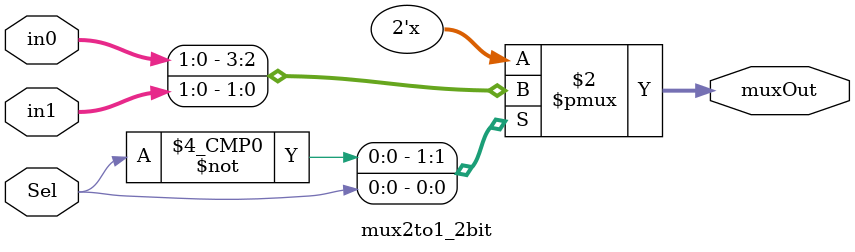
<source format=v>
module mux2to1_2bit(input [1:0] in0, input [1:0] in1, input Sel, output reg [1:0] muxOut);
	always @ (in0,in1,Sel)
	begin
		case(Sel)
			1'b0:	muxOut=in0;
			1'b1:	muxOut=in1;
		endcase
	end
endmodule


</source>
